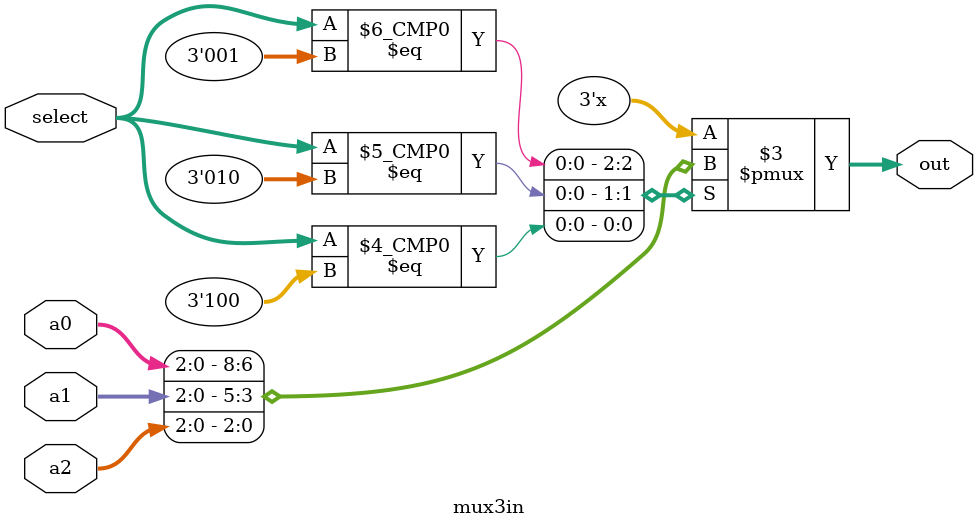
<source format=v>
module instruction_decoder(instruc_reg_out, nsel, ALUop, sximm5, sximm8, shift, readnum, writenum, op, opcode, cond); //FIND BITSIZE OF NSEL
input [15:0] instruc_reg_out;
input [2:0] nsel;
output [1:0] ALUop, shift, op;
output [2:0] readnum, writenum, cond, opcode;
output [15:0] sximm5, sximm8;
wire [4:0] imm5;
wire [7:0] imm8;
wire [2:0] Rn, Rd, Rm, muxout;


assign imm5 = instruc_reg_out[4:0];
assign imm8 = instruc_reg_out[7:0];
assign shift = instruc_reg_out[4:3];
assign opcode = instruc_reg_out[15:13];
assign op = instruc_reg_out[12:11];

assign Rn = instruc_reg_out[10:8];
assign Rd = instruc_reg_out[7:5];
assign Rm = instruc_reg_out[2:0];

assign sximm5 = {{11{imm5[4]}}, imm5};
assign sximm8 = {{8{imm8[7]}}, imm8};

assign ALUop = instruc_reg_out[12:11];

mux3in #(3) mux_instruc(Rn, Rd, Rm, nsel, muxout);

assign readnum = muxout;
assign writenum = muxout;

assign cond = instruc_reg_out[10:8];

endmodule





  
module mux3in(a2, a1, a0, select ,out); 
parameter n = 3;
parameter m = 3;

input [m-1:0] select;
input [n-1:0] a2,a1,a0;
output [n-1:0] out;
wire  [n-1:0] in;
wire [m-1:0] select;
reg [n-1:0] out;


always@(*)begin
case(select)
3'b001: out =a0;
3'b010: out =a1;
3'b100: out = a2;
default: out ={n{1'bx}};
endcase
end
endmodule

</source>
